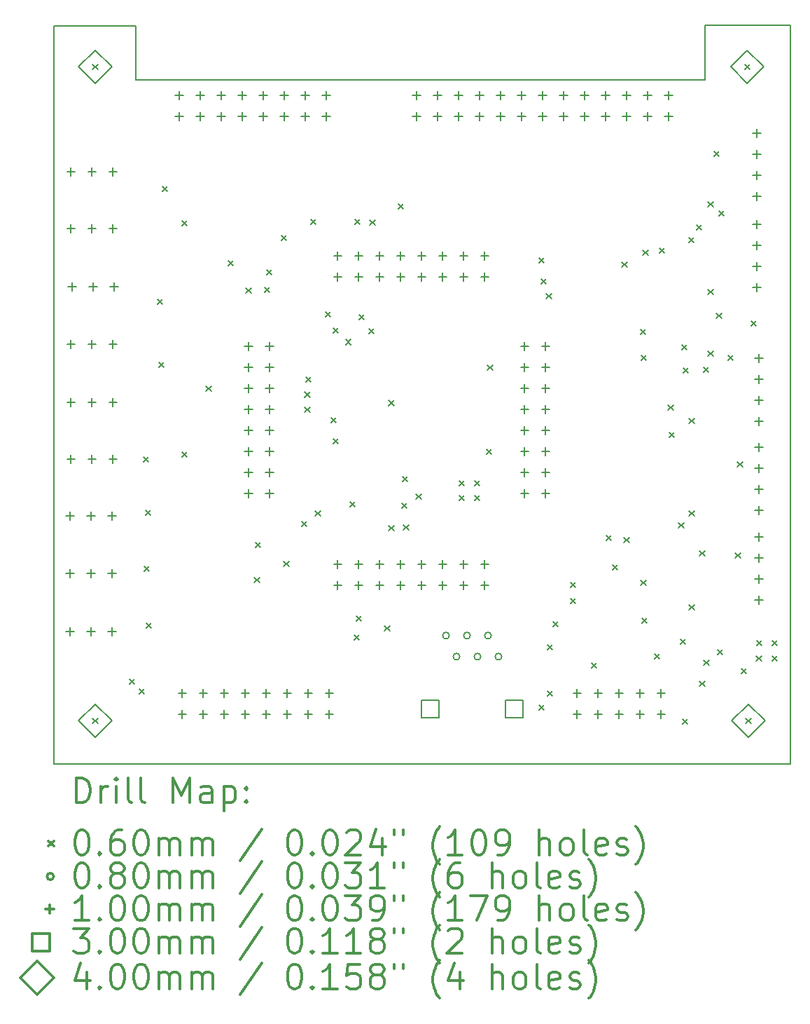
<source format=gbr>
%FSLAX45Y45*%
G04 Gerber Fmt 4.5, Leading zero omitted, Abs format (unit mm)*
G04 Created by KiCad (PCBNEW 4.0.6) date 01/14/18 21:20:31*
%MOMM*%
%LPD*%
G01*
G04 APERTURE LIST*
%ADD10C,0.127000*%
%ADD11C,0.150000*%
%ADD12C,0.200000*%
%ADD13C,0.300000*%
G04 APERTURE END LIST*
D10*
D11*
X6400800Y-12405360D02*
X6400800Y-12382500D01*
X15300960Y-12405360D02*
X6400800Y-12405360D01*
X15300960Y-3482340D02*
X15300960Y-12405360D01*
X14272260Y-3482340D02*
X15300960Y-3482340D01*
X14272260Y-4147820D02*
X14272260Y-3482340D01*
X7383780Y-4147820D02*
X14272260Y-4147820D01*
X7383780Y-3492500D02*
X7383780Y-4147820D01*
X6400800Y-3492500D02*
X7383780Y-3492500D01*
X6400800Y-12382500D02*
X6400800Y-3492500D01*
D12*
X6866100Y-3957800D02*
X6926100Y-4017800D01*
X6926100Y-3957800D02*
X6866100Y-4017800D01*
X6866100Y-11857200D02*
X6926100Y-11917200D01*
X6926100Y-11857200D02*
X6866100Y-11917200D01*
X7308060Y-11384760D02*
X7368060Y-11444760D01*
X7368060Y-11384760D02*
X7308060Y-11444760D01*
X7427440Y-11504140D02*
X7487440Y-11564140D01*
X7487440Y-11504140D02*
X7427440Y-11564140D01*
X7480780Y-8702520D02*
X7540780Y-8762520D01*
X7540780Y-8702520D02*
X7480780Y-8762520D01*
X7490940Y-10018240D02*
X7550940Y-10078240D01*
X7550940Y-10018240D02*
X7490940Y-10078240D01*
X7503640Y-9342600D02*
X7563640Y-9402600D01*
X7563640Y-9342600D02*
X7503640Y-9402600D01*
X7511260Y-10704040D02*
X7571260Y-10764040D01*
X7571260Y-10704040D02*
X7511260Y-10764040D01*
X7650960Y-6797520D02*
X7710960Y-6857520D01*
X7710960Y-6797520D02*
X7650960Y-6857520D01*
X7668740Y-7556980D02*
X7728740Y-7616980D01*
X7728740Y-7556980D02*
X7668740Y-7616980D01*
X7709380Y-5436080D02*
X7769380Y-5496080D01*
X7769380Y-5436080D02*
X7709380Y-5496080D01*
X7945600Y-5847560D02*
X8005600Y-5907560D01*
X8005600Y-5847560D02*
X7945600Y-5907560D01*
X7945600Y-8644100D02*
X8005600Y-8704100D01*
X8005600Y-8644100D02*
X7945600Y-8704100D01*
X8237700Y-7844000D02*
X8297700Y-7904000D01*
X8297700Y-7844000D02*
X8237700Y-7904000D01*
X8501860Y-6330160D02*
X8561860Y-6390160D01*
X8561860Y-6330160D02*
X8501860Y-6390160D01*
X8720300Y-6656550D02*
X8780300Y-6716550D01*
X8780300Y-6656550D02*
X8720300Y-6716550D01*
X8821900Y-10155400D02*
X8881900Y-10215400D01*
X8881900Y-10155400D02*
X8821900Y-10215400D01*
X8834600Y-9736300D02*
X8894600Y-9796300D01*
X8894600Y-9736300D02*
X8834600Y-9796300D01*
X8946360Y-6655280D02*
X9006360Y-6715280D01*
X9006360Y-6655280D02*
X8946360Y-6715280D01*
X8971760Y-6439380D02*
X9031760Y-6499380D01*
X9031760Y-6439380D02*
X8971760Y-6499380D01*
X9145750Y-6027900D02*
X9205750Y-6087900D01*
X9205750Y-6027900D02*
X9145750Y-6087900D01*
X9177500Y-9958550D02*
X9237500Y-10018550D01*
X9237500Y-9958550D02*
X9177500Y-10018550D01*
X9393400Y-9482300D02*
X9453400Y-9542300D01*
X9453400Y-9482300D02*
X9393400Y-9542300D01*
X9431500Y-7917660D02*
X9491500Y-7977660D01*
X9491500Y-7917660D02*
X9431500Y-7977660D01*
X9431500Y-8098000D02*
X9491500Y-8158000D01*
X9491500Y-8098000D02*
X9431500Y-8158000D01*
X9441660Y-7732240D02*
X9501660Y-7792240D01*
X9501660Y-7732240D02*
X9441660Y-7792240D01*
X9500080Y-5827240D02*
X9560080Y-5887240D01*
X9560080Y-5827240D02*
X9500080Y-5887240D01*
X9558500Y-9355300D02*
X9618500Y-9415300D01*
X9618500Y-9355300D02*
X9558500Y-9415300D01*
X9680420Y-6949920D02*
X9740420Y-7009920D01*
X9740420Y-6949920D02*
X9680420Y-7009920D01*
X9749000Y-8225000D02*
X9809000Y-8285000D01*
X9809000Y-8225000D02*
X9749000Y-8285000D01*
X9774400Y-7145500D02*
X9834400Y-7205500D01*
X9834400Y-7145500D02*
X9774400Y-7205500D01*
X9774400Y-8479000D02*
X9834400Y-8539000D01*
X9834400Y-8479000D02*
X9774400Y-8539000D01*
X9926800Y-7282660D02*
X9986800Y-7342660D01*
X9986800Y-7282660D02*
X9926800Y-7342660D01*
X9977600Y-9241000D02*
X10037600Y-9301000D01*
X10037600Y-9241000D02*
X9977600Y-9301000D01*
X10028400Y-10853900D02*
X10088400Y-10913900D01*
X10088400Y-10853900D02*
X10028400Y-10913900D01*
X10038560Y-5832320D02*
X10098560Y-5892320D01*
X10098560Y-5832320D02*
X10038560Y-5892320D01*
X10053800Y-10625300D02*
X10113800Y-10685300D01*
X10113800Y-10625300D02*
X10053800Y-10685300D01*
X10084280Y-6980400D02*
X10144280Y-7040400D01*
X10144280Y-6980400D02*
X10084280Y-7040400D01*
X10203660Y-7153120D02*
X10263660Y-7213120D01*
X10263660Y-7153120D02*
X10203660Y-7213120D01*
X10218900Y-5837400D02*
X10278900Y-5897400D01*
X10278900Y-5837400D02*
X10218900Y-5897400D01*
X10396700Y-10739600D02*
X10456700Y-10799600D01*
X10456700Y-10739600D02*
X10396700Y-10799600D01*
X10447500Y-8019260D02*
X10507500Y-8079260D01*
X10507500Y-8019260D02*
X10447500Y-8079260D01*
X10447500Y-9526750D02*
X10507500Y-9586750D01*
X10507500Y-9526750D02*
X10447500Y-9586750D01*
X10561800Y-5646900D02*
X10621800Y-5706900D01*
X10621800Y-5646900D02*
X10561800Y-5706900D01*
X10602440Y-9261320D02*
X10662440Y-9321320D01*
X10662440Y-9261320D02*
X10602440Y-9321320D01*
X10612600Y-8936200D02*
X10672600Y-8996200D01*
X10672600Y-8936200D02*
X10612600Y-8996200D01*
X10625300Y-9520400D02*
X10685300Y-9580400D01*
X10685300Y-9520400D02*
X10625300Y-9580400D01*
X10777700Y-9152100D02*
X10837700Y-9212100D01*
X10837700Y-9152100D02*
X10777700Y-9212100D01*
X11298400Y-8987000D02*
X11358400Y-9047000D01*
X11358400Y-8987000D02*
X11298400Y-9047000D01*
X11298400Y-9164800D02*
X11358400Y-9224800D01*
X11358400Y-9164800D02*
X11298400Y-9224800D01*
X11486360Y-8989540D02*
X11546360Y-9049540D01*
X11546360Y-8989540D02*
X11486360Y-9049540D01*
X11486360Y-9164800D02*
X11546360Y-9224800D01*
X11546360Y-9164800D02*
X11486360Y-9224800D01*
X11628600Y-8606000D02*
X11688600Y-8666000D01*
X11688600Y-8606000D02*
X11628600Y-8666000D01*
X11641300Y-7590000D02*
X11701300Y-7650000D01*
X11701300Y-7590000D02*
X11641300Y-7650000D01*
X12263600Y-6294600D02*
X12323600Y-6354600D01*
X12323600Y-6294600D02*
X12263600Y-6354600D01*
X12266648Y-11698196D02*
X12326648Y-11758196D01*
X12326648Y-11698196D02*
X12266648Y-11758196D01*
X12289000Y-6548600D02*
X12349000Y-6608600D01*
X12349000Y-6548600D02*
X12289000Y-6608600D01*
X12352500Y-6726400D02*
X12412500Y-6786400D01*
X12412500Y-6726400D02*
X12352500Y-6786400D01*
X12362660Y-11529032D02*
X12422660Y-11589032D01*
X12422660Y-11529032D02*
X12362660Y-11589032D01*
X12365200Y-10968200D02*
X12425200Y-11028200D01*
X12425200Y-10968200D02*
X12365200Y-11028200D01*
X12430224Y-10688800D02*
X12490224Y-10748800D01*
X12490224Y-10688800D02*
X12430224Y-10748800D01*
X12644600Y-10218900D02*
X12704600Y-10278900D01*
X12704600Y-10218900D02*
X12644600Y-10278900D01*
X12644600Y-10409400D02*
X12704600Y-10469400D01*
X12704600Y-10409400D02*
X12644600Y-10469400D01*
X12900632Y-11192736D02*
X12960632Y-11252736D01*
X12960632Y-11192736D02*
X12900632Y-11252736D01*
X13076400Y-9647400D02*
X13136400Y-9707400D01*
X13136400Y-9647400D02*
X13076400Y-9707400D01*
X13152600Y-10003000D02*
X13212600Y-10063000D01*
X13212600Y-10003000D02*
X13152600Y-10063000D01*
X13266900Y-6345400D02*
X13326900Y-6405400D01*
X13326900Y-6345400D02*
X13266900Y-6405400D01*
X13292300Y-9672800D02*
X13352300Y-9732800D01*
X13352300Y-9672800D02*
X13292300Y-9732800D01*
X13487880Y-7163280D02*
X13547880Y-7223280D01*
X13547880Y-7163280D02*
X13487880Y-7223280D01*
X13495500Y-10193500D02*
X13555500Y-10253500D01*
X13555500Y-10193500D02*
X13495500Y-10253500D01*
X13498040Y-7470620D02*
X13558040Y-7530620D01*
X13558040Y-7470620D02*
X13498040Y-7530620D01*
X13508200Y-10650700D02*
X13568200Y-10710700D01*
X13568200Y-10650700D02*
X13508200Y-10710700D01*
X13520900Y-6205700D02*
X13580900Y-6265700D01*
X13580900Y-6205700D02*
X13520900Y-6265700D01*
X13660600Y-11082500D02*
X13720600Y-11142500D01*
X13720600Y-11082500D02*
X13660600Y-11142500D01*
X13716480Y-6177760D02*
X13776480Y-6237760D01*
X13776480Y-6177760D02*
X13716480Y-6237760D01*
X13825700Y-8072600D02*
X13885700Y-8132600D01*
X13885700Y-8072600D02*
X13825700Y-8132600D01*
X13838400Y-8402800D02*
X13898400Y-8462800D01*
X13898400Y-8402800D02*
X13838400Y-8462800D01*
X13952700Y-9495000D02*
X14012700Y-9555000D01*
X14012700Y-9495000D02*
X13952700Y-9555000D01*
X13971750Y-10898350D02*
X14031750Y-10958350D01*
X14031750Y-10898350D02*
X13971750Y-10958350D01*
X13993340Y-7343620D02*
X14053340Y-7403620D01*
X14053340Y-7343620D02*
X13993340Y-7403620D01*
X13997150Y-11866090D02*
X14057150Y-11926090D01*
X14057150Y-11866090D02*
X13997150Y-11926090D01*
X14008580Y-7623020D02*
X14068580Y-7683020D01*
X14068580Y-7623020D02*
X14008580Y-7683020D01*
X14077160Y-6053300D02*
X14137160Y-6113300D01*
X14137160Y-6053300D02*
X14077160Y-6113300D01*
X14079700Y-8237700D02*
X14139700Y-8297700D01*
X14139700Y-8237700D02*
X14079700Y-8297700D01*
X14079700Y-9355300D02*
X14139700Y-9415300D01*
X14139700Y-9355300D02*
X14079700Y-9415300D01*
X14079700Y-10485600D02*
X14139700Y-10545600D01*
X14139700Y-10485600D02*
X14079700Y-10545600D01*
X14171140Y-5898360D02*
X14231140Y-5958360D01*
X14231140Y-5898360D02*
X14171140Y-5958360D01*
X14206700Y-9837900D02*
X14266700Y-9897900D01*
X14266700Y-9837900D02*
X14206700Y-9897900D01*
X14206700Y-11406350D02*
X14266700Y-11466350D01*
X14266700Y-11406350D02*
X14206700Y-11466350D01*
X14254960Y-7620480D02*
X14314960Y-7680480D01*
X14314960Y-7620480D02*
X14254960Y-7680480D01*
X14257500Y-11158700D02*
X14317500Y-11218700D01*
X14317500Y-11158700D02*
X14257500Y-11218700D01*
X14308300Y-5621500D02*
X14368300Y-5681500D01*
X14368300Y-5621500D02*
X14308300Y-5681500D01*
X14308300Y-6675600D02*
X14368300Y-6735600D01*
X14368300Y-6675600D02*
X14308300Y-6735600D01*
X14308300Y-7424900D02*
X14368300Y-7484900D01*
X14368300Y-7424900D02*
X14308300Y-7484900D01*
X14379420Y-5009360D02*
X14439420Y-5069360D01*
X14439420Y-5009360D02*
X14379420Y-5069360D01*
X14409900Y-6967700D02*
X14469900Y-7027700D01*
X14469900Y-6967700D02*
X14409900Y-7027700D01*
X14422600Y-11031700D02*
X14482600Y-11091700D01*
X14482600Y-11031700D02*
X14422600Y-11091700D01*
X14440380Y-5730720D02*
X14500380Y-5790720D01*
X14500380Y-5730720D02*
X14440380Y-5790720D01*
X14549600Y-7475700D02*
X14609600Y-7535700D01*
X14609600Y-7475700D02*
X14549600Y-7535700D01*
X14638500Y-9863300D02*
X14698500Y-9923300D01*
X14698500Y-9863300D02*
X14638500Y-9923300D01*
X14663900Y-8758400D02*
X14723900Y-8818400D01*
X14723900Y-8758400D02*
X14663900Y-8818400D01*
X14709620Y-11260300D02*
X14769620Y-11320300D01*
X14769620Y-11260300D02*
X14709620Y-11320300D01*
X14752800Y-3957800D02*
X14812800Y-4017800D01*
X14812800Y-3957800D02*
X14752800Y-4017800D01*
X14765500Y-11857200D02*
X14825500Y-11917200D01*
X14825500Y-11857200D02*
X14765500Y-11917200D01*
X14829000Y-7056600D02*
X14889000Y-7116600D01*
X14889000Y-7056600D02*
X14829000Y-7116600D01*
X14892500Y-11107900D02*
X14952500Y-11167900D01*
X14952500Y-11107900D02*
X14892500Y-11167900D01*
X14895040Y-10919940D02*
X14955040Y-10979940D01*
X14955040Y-10919940D02*
X14895040Y-10979940D01*
X15083000Y-10919940D02*
X15143000Y-10979940D01*
X15143000Y-10919940D02*
X15083000Y-10979940D01*
X15085540Y-11107900D02*
X15145540Y-11167900D01*
X15145540Y-11107900D02*
X15085540Y-11167900D01*
X11177900Y-10858500D02*
G75*
G03X11177900Y-10858500I-40000J0D01*
G01*
X11304900Y-11112500D02*
G75*
G03X11304900Y-11112500I-40000J0D01*
G01*
X11431900Y-10858500D02*
G75*
G03X11431900Y-10858500I-40000J0D01*
G01*
X11558900Y-11112500D02*
G75*
G03X11558900Y-11112500I-40000J0D01*
G01*
X11685900Y-10858500D02*
G75*
G03X11685900Y-10858500I-40000J0D01*
G01*
X11812900Y-11112500D02*
G75*
G03X11812900Y-11112500I-40000J0D01*
G01*
X6591300Y-9360700D02*
X6591300Y-9460700D01*
X6541300Y-9410700D02*
X6641300Y-9410700D01*
X6591300Y-10059200D02*
X6591300Y-10159200D01*
X6541300Y-10109200D02*
X6641300Y-10109200D01*
X6591300Y-10757700D02*
X6591300Y-10857700D01*
X6541300Y-10807700D02*
X6641300Y-10807700D01*
X6604000Y-5207800D02*
X6604000Y-5307800D01*
X6554000Y-5257800D02*
X6654000Y-5257800D01*
X6604000Y-5893600D02*
X6604000Y-5993600D01*
X6554000Y-5943600D02*
X6654000Y-5943600D01*
X6604000Y-7290600D02*
X6604000Y-7390600D01*
X6554000Y-7340600D02*
X6654000Y-7340600D01*
X6604000Y-7989100D02*
X6604000Y-8089100D01*
X6554000Y-8039100D02*
X6654000Y-8039100D01*
X6604000Y-8674900D02*
X6604000Y-8774900D01*
X6554000Y-8724900D02*
X6654000Y-8724900D01*
X6616700Y-6592100D02*
X6616700Y-6692100D01*
X6566700Y-6642100D02*
X6666700Y-6642100D01*
X6845300Y-9360700D02*
X6845300Y-9460700D01*
X6795300Y-9410700D02*
X6895300Y-9410700D01*
X6845300Y-10059200D02*
X6845300Y-10159200D01*
X6795300Y-10109200D02*
X6895300Y-10109200D01*
X6845300Y-10757700D02*
X6845300Y-10857700D01*
X6795300Y-10807700D02*
X6895300Y-10807700D01*
X6858000Y-5207800D02*
X6858000Y-5307800D01*
X6808000Y-5257800D02*
X6908000Y-5257800D01*
X6858000Y-5893600D02*
X6858000Y-5993600D01*
X6808000Y-5943600D02*
X6908000Y-5943600D01*
X6858000Y-7290600D02*
X6858000Y-7390600D01*
X6808000Y-7340600D02*
X6908000Y-7340600D01*
X6858000Y-7989100D02*
X6858000Y-8089100D01*
X6808000Y-8039100D02*
X6908000Y-8039100D01*
X6858000Y-8674900D02*
X6858000Y-8774900D01*
X6808000Y-8724900D02*
X6908000Y-8724900D01*
X6870700Y-6592100D02*
X6870700Y-6692100D01*
X6820700Y-6642100D02*
X6920700Y-6642100D01*
X7099300Y-9360700D02*
X7099300Y-9460700D01*
X7049300Y-9410700D02*
X7149300Y-9410700D01*
X7099300Y-10059200D02*
X7099300Y-10159200D01*
X7049300Y-10109200D02*
X7149300Y-10109200D01*
X7099300Y-10757700D02*
X7099300Y-10857700D01*
X7049300Y-10807700D02*
X7149300Y-10807700D01*
X7112000Y-5207800D02*
X7112000Y-5307800D01*
X7062000Y-5257800D02*
X7162000Y-5257800D01*
X7112000Y-5893600D02*
X7112000Y-5993600D01*
X7062000Y-5943600D02*
X7162000Y-5943600D01*
X7112000Y-7290600D02*
X7112000Y-7390600D01*
X7062000Y-7340600D02*
X7162000Y-7340600D01*
X7112000Y-7989100D02*
X7112000Y-8089100D01*
X7062000Y-8039100D02*
X7162000Y-8039100D01*
X7112000Y-8674900D02*
X7112000Y-8774900D01*
X7062000Y-8724900D02*
X7162000Y-8724900D01*
X7124700Y-6592100D02*
X7124700Y-6692100D01*
X7074700Y-6642100D02*
X7174700Y-6642100D01*
X7912100Y-4280700D02*
X7912100Y-4380700D01*
X7862100Y-4330700D02*
X7962100Y-4330700D01*
X7912100Y-4534700D02*
X7912100Y-4634700D01*
X7862100Y-4584700D02*
X7962100Y-4584700D01*
X7950200Y-11507000D02*
X7950200Y-11607000D01*
X7900200Y-11557000D02*
X8000200Y-11557000D01*
X7950200Y-11761000D02*
X7950200Y-11861000D01*
X7900200Y-11811000D02*
X8000200Y-11811000D01*
X8166100Y-4280700D02*
X8166100Y-4380700D01*
X8116100Y-4330700D02*
X8216100Y-4330700D01*
X8166100Y-4534700D02*
X8166100Y-4634700D01*
X8116100Y-4584700D02*
X8216100Y-4584700D01*
X8204200Y-11507000D02*
X8204200Y-11607000D01*
X8154200Y-11557000D02*
X8254200Y-11557000D01*
X8204200Y-11761000D02*
X8204200Y-11861000D01*
X8154200Y-11811000D02*
X8254200Y-11811000D01*
X8420100Y-4280700D02*
X8420100Y-4380700D01*
X8370100Y-4330700D02*
X8470100Y-4330700D01*
X8420100Y-4534700D02*
X8420100Y-4634700D01*
X8370100Y-4584700D02*
X8470100Y-4584700D01*
X8458200Y-11507000D02*
X8458200Y-11607000D01*
X8408200Y-11557000D02*
X8508200Y-11557000D01*
X8458200Y-11761000D02*
X8458200Y-11861000D01*
X8408200Y-11811000D02*
X8508200Y-11811000D01*
X8674100Y-4280700D02*
X8674100Y-4380700D01*
X8624100Y-4330700D02*
X8724100Y-4330700D01*
X8674100Y-4534700D02*
X8674100Y-4634700D01*
X8624100Y-4584700D02*
X8724100Y-4584700D01*
X8712200Y-11507000D02*
X8712200Y-11607000D01*
X8662200Y-11557000D02*
X8762200Y-11557000D01*
X8712200Y-11761000D02*
X8712200Y-11861000D01*
X8662200Y-11811000D02*
X8762200Y-11811000D01*
X8750300Y-7316000D02*
X8750300Y-7416000D01*
X8700300Y-7366000D02*
X8800300Y-7366000D01*
X8750300Y-7570000D02*
X8750300Y-7670000D01*
X8700300Y-7620000D02*
X8800300Y-7620000D01*
X8750300Y-7824000D02*
X8750300Y-7924000D01*
X8700300Y-7874000D02*
X8800300Y-7874000D01*
X8750300Y-8078000D02*
X8750300Y-8178000D01*
X8700300Y-8128000D02*
X8800300Y-8128000D01*
X8750300Y-8332000D02*
X8750300Y-8432000D01*
X8700300Y-8382000D02*
X8800300Y-8382000D01*
X8750300Y-8586000D02*
X8750300Y-8686000D01*
X8700300Y-8636000D02*
X8800300Y-8636000D01*
X8750300Y-8840000D02*
X8750300Y-8940000D01*
X8700300Y-8890000D02*
X8800300Y-8890000D01*
X8750300Y-9094000D02*
X8750300Y-9194000D01*
X8700300Y-9144000D02*
X8800300Y-9144000D01*
X8928100Y-4280700D02*
X8928100Y-4380700D01*
X8878100Y-4330700D02*
X8978100Y-4330700D01*
X8928100Y-4534700D02*
X8928100Y-4634700D01*
X8878100Y-4584700D02*
X8978100Y-4584700D01*
X8966200Y-11507000D02*
X8966200Y-11607000D01*
X8916200Y-11557000D02*
X9016200Y-11557000D01*
X8966200Y-11761000D02*
X8966200Y-11861000D01*
X8916200Y-11811000D02*
X9016200Y-11811000D01*
X9004300Y-7316000D02*
X9004300Y-7416000D01*
X8954300Y-7366000D02*
X9054300Y-7366000D01*
X9004300Y-7570000D02*
X9004300Y-7670000D01*
X8954300Y-7620000D02*
X9054300Y-7620000D01*
X9004300Y-7824000D02*
X9004300Y-7924000D01*
X8954300Y-7874000D02*
X9054300Y-7874000D01*
X9004300Y-8078000D02*
X9004300Y-8178000D01*
X8954300Y-8128000D02*
X9054300Y-8128000D01*
X9004300Y-8332000D02*
X9004300Y-8432000D01*
X8954300Y-8382000D02*
X9054300Y-8382000D01*
X9004300Y-8586000D02*
X9004300Y-8686000D01*
X8954300Y-8636000D02*
X9054300Y-8636000D01*
X9004300Y-8840000D02*
X9004300Y-8940000D01*
X8954300Y-8890000D02*
X9054300Y-8890000D01*
X9004300Y-9094000D02*
X9004300Y-9194000D01*
X8954300Y-9144000D02*
X9054300Y-9144000D01*
X9182100Y-4280700D02*
X9182100Y-4380700D01*
X9132100Y-4330700D02*
X9232100Y-4330700D01*
X9182100Y-4534700D02*
X9182100Y-4634700D01*
X9132100Y-4584700D02*
X9232100Y-4584700D01*
X9220200Y-11507000D02*
X9220200Y-11607000D01*
X9170200Y-11557000D02*
X9270200Y-11557000D01*
X9220200Y-11761000D02*
X9220200Y-11861000D01*
X9170200Y-11811000D02*
X9270200Y-11811000D01*
X9436100Y-4280700D02*
X9436100Y-4380700D01*
X9386100Y-4330700D02*
X9486100Y-4330700D01*
X9436100Y-4534700D02*
X9436100Y-4634700D01*
X9386100Y-4584700D02*
X9486100Y-4584700D01*
X9474200Y-11507000D02*
X9474200Y-11607000D01*
X9424200Y-11557000D02*
X9524200Y-11557000D01*
X9474200Y-11761000D02*
X9474200Y-11861000D01*
X9424200Y-11811000D02*
X9524200Y-11811000D01*
X9690100Y-4280700D02*
X9690100Y-4380700D01*
X9640100Y-4330700D02*
X9740100Y-4330700D01*
X9690100Y-4534700D02*
X9690100Y-4634700D01*
X9640100Y-4584700D02*
X9740100Y-4584700D01*
X9728200Y-11507000D02*
X9728200Y-11607000D01*
X9678200Y-11557000D02*
X9778200Y-11557000D01*
X9728200Y-11761000D02*
X9728200Y-11861000D01*
X9678200Y-11811000D02*
X9778200Y-11811000D01*
X9829800Y-6223800D02*
X9829800Y-6323800D01*
X9779800Y-6273800D02*
X9879800Y-6273800D01*
X9829800Y-6477800D02*
X9829800Y-6577800D01*
X9779800Y-6527800D02*
X9879800Y-6527800D01*
X9829800Y-9944646D02*
X9829800Y-10044646D01*
X9779800Y-9994646D02*
X9879800Y-9994646D01*
X9829800Y-10198646D02*
X9829800Y-10298646D01*
X9779800Y-10248646D02*
X9879800Y-10248646D01*
X10083800Y-6223800D02*
X10083800Y-6323800D01*
X10033800Y-6273800D02*
X10133800Y-6273800D01*
X10083800Y-6477800D02*
X10083800Y-6577800D01*
X10033800Y-6527800D02*
X10133800Y-6527800D01*
X10083800Y-9944646D02*
X10083800Y-10044646D01*
X10033800Y-9994646D02*
X10133800Y-9994646D01*
X10083800Y-10198646D02*
X10083800Y-10298646D01*
X10033800Y-10248646D02*
X10133800Y-10248646D01*
X10337800Y-6223800D02*
X10337800Y-6323800D01*
X10287800Y-6273800D02*
X10387800Y-6273800D01*
X10337800Y-6477800D02*
X10337800Y-6577800D01*
X10287800Y-6527800D02*
X10387800Y-6527800D01*
X10337800Y-9944646D02*
X10337800Y-10044646D01*
X10287800Y-9994646D02*
X10387800Y-9994646D01*
X10337800Y-10198646D02*
X10337800Y-10298646D01*
X10287800Y-10248646D02*
X10387800Y-10248646D01*
X10591800Y-6223800D02*
X10591800Y-6323800D01*
X10541800Y-6273800D02*
X10641800Y-6273800D01*
X10591800Y-6477800D02*
X10591800Y-6577800D01*
X10541800Y-6527800D02*
X10641800Y-6527800D01*
X10591800Y-9944646D02*
X10591800Y-10044646D01*
X10541800Y-9994646D02*
X10641800Y-9994646D01*
X10591800Y-10198646D02*
X10591800Y-10298646D01*
X10541800Y-10248646D02*
X10641800Y-10248646D01*
X10782300Y-4280700D02*
X10782300Y-4380700D01*
X10732300Y-4330700D02*
X10832300Y-4330700D01*
X10782300Y-4534700D02*
X10782300Y-4634700D01*
X10732300Y-4584700D02*
X10832300Y-4584700D01*
X10845800Y-6223800D02*
X10845800Y-6323800D01*
X10795800Y-6273800D02*
X10895800Y-6273800D01*
X10845800Y-6477800D02*
X10845800Y-6577800D01*
X10795800Y-6527800D02*
X10895800Y-6527800D01*
X10845800Y-9944646D02*
X10845800Y-10044646D01*
X10795800Y-9994646D02*
X10895800Y-9994646D01*
X10845800Y-10198646D02*
X10845800Y-10298646D01*
X10795800Y-10248646D02*
X10895800Y-10248646D01*
X11036300Y-4280700D02*
X11036300Y-4380700D01*
X10986300Y-4330700D02*
X11086300Y-4330700D01*
X11036300Y-4534700D02*
X11036300Y-4634700D01*
X10986300Y-4584700D02*
X11086300Y-4584700D01*
X11099800Y-6223800D02*
X11099800Y-6323800D01*
X11049800Y-6273800D02*
X11149800Y-6273800D01*
X11099800Y-6477800D02*
X11099800Y-6577800D01*
X11049800Y-6527800D02*
X11149800Y-6527800D01*
X11099800Y-9944646D02*
X11099800Y-10044646D01*
X11049800Y-9994646D02*
X11149800Y-9994646D01*
X11099800Y-10198646D02*
X11099800Y-10298646D01*
X11049800Y-10248646D02*
X11149800Y-10248646D01*
X11290300Y-4280700D02*
X11290300Y-4380700D01*
X11240300Y-4330700D02*
X11340300Y-4330700D01*
X11290300Y-4534700D02*
X11290300Y-4634700D01*
X11240300Y-4584700D02*
X11340300Y-4584700D01*
X11353800Y-6223800D02*
X11353800Y-6323800D01*
X11303800Y-6273800D02*
X11403800Y-6273800D01*
X11353800Y-6477800D02*
X11353800Y-6577800D01*
X11303800Y-6527800D02*
X11403800Y-6527800D01*
X11353800Y-9944646D02*
X11353800Y-10044646D01*
X11303800Y-9994646D02*
X11403800Y-9994646D01*
X11353800Y-10198646D02*
X11353800Y-10298646D01*
X11303800Y-10248646D02*
X11403800Y-10248646D01*
X11544300Y-4280700D02*
X11544300Y-4380700D01*
X11494300Y-4330700D02*
X11594300Y-4330700D01*
X11544300Y-4534700D02*
X11544300Y-4634700D01*
X11494300Y-4584700D02*
X11594300Y-4584700D01*
X11607800Y-6223800D02*
X11607800Y-6323800D01*
X11557800Y-6273800D02*
X11657800Y-6273800D01*
X11607800Y-6477800D02*
X11607800Y-6577800D01*
X11557800Y-6527800D02*
X11657800Y-6527800D01*
X11607800Y-9944646D02*
X11607800Y-10044646D01*
X11557800Y-9994646D02*
X11657800Y-9994646D01*
X11607800Y-10198646D02*
X11607800Y-10298646D01*
X11557800Y-10248646D02*
X11657800Y-10248646D01*
X11798300Y-4280700D02*
X11798300Y-4380700D01*
X11748300Y-4330700D02*
X11848300Y-4330700D01*
X11798300Y-4534700D02*
X11798300Y-4634700D01*
X11748300Y-4584700D02*
X11848300Y-4584700D01*
X12052300Y-4280700D02*
X12052300Y-4380700D01*
X12002300Y-4330700D02*
X12102300Y-4330700D01*
X12052300Y-4534700D02*
X12052300Y-4634700D01*
X12002300Y-4584700D02*
X12102300Y-4584700D01*
X12090400Y-7316000D02*
X12090400Y-7416000D01*
X12040400Y-7366000D02*
X12140400Y-7366000D01*
X12090400Y-7570000D02*
X12090400Y-7670000D01*
X12040400Y-7620000D02*
X12140400Y-7620000D01*
X12090400Y-7824000D02*
X12090400Y-7924000D01*
X12040400Y-7874000D02*
X12140400Y-7874000D01*
X12090400Y-8078000D02*
X12090400Y-8178000D01*
X12040400Y-8128000D02*
X12140400Y-8128000D01*
X12090400Y-8332000D02*
X12090400Y-8432000D01*
X12040400Y-8382000D02*
X12140400Y-8382000D01*
X12090400Y-8586000D02*
X12090400Y-8686000D01*
X12040400Y-8636000D02*
X12140400Y-8636000D01*
X12090400Y-8840000D02*
X12090400Y-8940000D01*
X12040400Y-8890000D02*
X12140400Y-8890000D01*
X12090400Y-9094000D02*
X12090400Y-9194000D01*
X12040400Y-9144000D02*
X12140400Y-9144000D01*
X12306300Y-4280700D02*
X12306300Y-4380700D01*
X12256300Y-4330700D02*
X12356300Y-4330700D01*
X12306300Y-4534700D02*
X12306300Y-4634700D01*
X12256300Y-4584700D02*
X12356300Y-4584700D01*
X12344400Y-7316000D02*
X12344400Y-7416000D01*
X12294400Y-7366000D02*
X12394400Y-7366000D01*
X12344400Y-7570000D02*
X12344400Y-7670000D01*
X12294400Y-7620000D02*
X12394400Y-7620000D01*
X12344400Y-7824000D02*
X12344400Y-7924000D01*
X12294400Y-7874000D02*
X12394400Y-7874000D01*
X12344400Y-8078000D02*
X12344400Y-8178000D01*
X12294400Y-8128000D02*
X12394400Y-8128000D01*
X12344400Y-8332000D02*
X12344400Y-8432000D01*
X12294400Y-8382000D02*
X12394400Y-8382000D01*
X12344400Y-8586000D02*
X12344400Y-8686000D01*
X12294400Y-8636000D02*
X12394400Y-8636000D01*
X12344400Y-8840000D02*
X12344400Y-8940000D01*
X12294400Y-8890000D02*
X12394400Y-8890000D01*
X12344400Y-9094000D02*
X12344400Y-9194000D01*
X12294400Y-9144000D02*
X12394400Y-9144000D01*
X12560300Y-4280700D02*
X12560300Y-4380700D01*
X12510300Y-4330700D02*
X12610300Y-4330700D01*
X12560300Y-4534700D02*
X12560300Y-4634700D01*
X12510300Y-4584700D02*
X12610300Y-4584700D01*
X12725400Y-11507000D02*
X12725400Y-11607000D01*
X12675400Y-11557000D02*
X12775400Y-11557000D01*
X12725400Y-11761000D02*
X12725400Y-11861000D01*
X12675400Y-11811000D02*
X12775400Y-11811000D01*
X12814300Y-4280700D02*
X12814300Y-4380700D01*
X12764300Y-4330700D02*
X12864300Y-4330700D01*
X12814300Y-4534700D02*
X12814300Y-4634700D01*
X12764300Y-4584700D02*
X12864300Y-4584700D01*
X12979400Y-11507000D02*
X12979400Y-11607000D01*
X12929400Y-11557000D02*
X13029400Y-11557000D01*
X12979400Y-11761000D02*
X12979400Y-11861000D01*
X12929400Y-11811000D02*
X13029400Y-11811000D01*
X13068300Y-4280700D02*
X13068300Y-4380700D01*
X13018300Y-4330700D02*
X13118300Y-4330700D01*
X13068300Y-4534700D02*
X13068300Y-4634700D01*
X13018300Y-4584700D02*
X13118300Y-4584700D01*
X13233400Y-11507000D02*
X13233400Y-11607000D01*
X13183400Y-11557000D02*
X13283400Y-11557000D01*
X13233400Y-11761000D02*
X13233400Y-11861000D01*
X13183400Y-11811000D02*
X13283400Y-11811000D01*
X13322300Y-4280700D02*
X13322300Y-4380700D01*
X13272300Y-4330700D02*
X13372300Y-4330700D01*
X13322300Y-4534700D02*
X13322300Y-4634700D01*
X13272300Y-4584700D02*
X13372300Y-4584700D01*
X13487400Y-11507000D02*
X13487400Y-11607000D01*
X13437400Y-11557000D02*
X13537400Y-11557000D01*
X13487400Y-11761000D02*
X13487400Y-11861000D01*
X13437400Y-11811000D02*
X13537400Y-11811000D01*
X13576300Y-4280700D02*
X13576300Y-4380700D01*
X13526300Y-4330700D02*
X13626300Y-4330700D01*
X13576300Y-4534700D02*
X13576300Y-4634700D01*
X13526300Y-4584700D02*
X13626300Y-4584700D01*
X13741400Y-11507000D02*
X13741400Y-11607000D01*
X13691400Y-11557000D02*
X13791400Y-11557000D01*
X13741400Y-11761000D02*
X13741400Y-11861000D01*
X13691400Y-11811000D02*
X13791400Y-11811000D01*
X13830300Y-4280700D02*
X13830300Y-4380700D01*
X13780300Y-4330700D02*
X13880300Y-4330700D01*
X13830300Y-4534700D02*
X13830300Y-4634700D01*
X13780300Y-4584700D02*
X13880300Y-4584700D01*
X14897100Y-4737900D02*
X14897100Y-4837900D01*
X14847100Y-4787900D02*
X14947100Y-4787900D01*
X14897100Y-4991900D02*
X14897100Y-5091900D01*
X14847100Y-5041900D02*
X14947100Y-5041900D01*
X14897100Y-5245900D02*
X14897100Y-5345900D01*
X14847100Y-5295900D02*
X14947100Y-5295900D01*
X14897100Y-5499900D02*
X14897100Y-5599900D01*
X14847100Y-5549900D02*
X14947100Y-5549900D01*
X14897100Y-5842800D02*
X14897100Y-5942800D01*
X14847100Y-5892800D02*
X14947100Y-5892800D01*
X14897100Y-6096800D02*
X14897100Y-6196800D01*
X14847100Y-6146800D02*
X14947100Y-6146800D01*
X14897100Y-6350800D02*
X14897100Y-6450800D01*
X14847100Y-6400800D02*
X14947100Y-6400800D01*
X14897100Y-6604800D02*
X14897100Y-6704800D01*
X14847100Y-6654800D02*
X14947100Y-6654800D01*
X14922500Y-7455700D02*
X14922500Y-7555700D01*
X14872500Y-7505700D02*
X14972500Y-7505700D01*
X14922500Y-7709700D02*
X14922500Y-7809700D01*
X14872500Y-7759700D02*
X14972500Y-7759700D01*
X14922500Y-7963700D02*
X14922500Y-8063700D01*
X14872500Y-8013700D02*
X14972500Y-8013700D01*
X14922500Y-8217700D02*
X14922500Y-8317700D01*
X14872500Y-8267700D02*
X14972500Y-8267700D01*
X14922500Y-8535200D02*
X14922500Y-8635200D01*
X14872500Y-8585200D02*
X14972500Y-8585200D01*
X14922500Y-8789200D02*
X14922500Y-8889200D01*
X14872500Y-8839200D02*
X14972500Y-8839200D01*
X14922500Y-9043200D02*
X14922500Y-9143200D01*
X14872500Y-9093200D02*
X14972500Y-9093200D01*
X14922500Y-9297200D02*
X14922500Y-9397200D01*
X14872500Y-9347200D02*
X14972500Y-9347200D01*
X14922500Y-9614700D02*
X14922500Y-9714700D01*
X14872500Y-9664700D02*
X14972500Y-9664700D01*
X14922500Y-9868700D02*
X14922500Y-9968700D01*
X14872500Y-9918700D02*
X14972500Y-9918700D01*
X14922500Y-10122700D02*
X14922500Y-10222700D01*
X14872500Y-10172700D02*
X14972500Y-10172700D01*
X14922500Y-10376700D02*
X14922500Y-10476700D01*
X14872500Y-10426700D02*
X14972500Y-10426700D01*
X11053467Y-11853567D02*
X11053467Y-11641433D01*
X10841333Y-11641433D01*
X10841333Y-11853567D01*
X11053467Y-11853567D01*
X12069467Y-11853567D02*
X12069467Y-11641433D01*
X11857333Y-11641433D01*
X11857333Y-11853567D01*
X12069467Y-11853567D01*
X6896100Y-4187825D02*
X7096125Y-3987800D01*
X6896100Y-3787775D01*
X6696075Y-3987800D01*
X6896100Y-4187825D01*
X6896100Y-12087225D02*
X7096125Y-11887200D01*
X6896100Y-11687175D01*
X6696075Y-11887200D01*
X6896100Y-12087225D01*
X14782800Y-4187825D02*
X14982825Y-3987800D01*
X14782800Y-3787775D01*
X14582775Y-3987800D01*
X14782800Y-4187825D01*
X14795500Y-12087225D02*
X14995525Y-11887200D01*
X14795500Y-11687175D01*
X14595475Y-11887200D01*
X14795500Y-12087225D01*
D13*
X6664728Y-12878574D02*
X6664728Y-12578574D01*
X6736157Y-12578574D01*
X6779014Y-12592860D01*
X6807586Y-12621431D01*
X6821871Y-12650003D01*
X6836157Y-12707146D01*
X6836157Y-12750003D01*
X6821871Y-12807146D01*
X6807586Y-12835717D01*
X6779014Y-12864289D01*
X6736157Y-12878574D01*
X6664728Y-12878574D01*
X6964728Y-12878574D02*
X6964728Y-12678574D01*
X6964728Y-12735717D02*
X6979014Y-12707146D01*
X6993300Y-12692860D01*
X7021871Y-12678574D01*
X7050443Y-12678574D01*
X7150443Y-12878574D02*
X7150443Y-12678574D01*
X7150443Y-12578574D02*
X7136157Y-12592860D01*
X7150443Y-12607146D01*
X7164728Y-12592860D01*
X7150443Y-12578574D01*
X7150443Y-12607146D01*
X7336157Y-12878574D02*
X7307586Y-12864289D01*
X7293300Y-12835717D01*
X7293300Y-12578574D01*
X7493300Y-12878574D02*
X7464728Y-12864289D01*
X7450443Y-12835717D01*
X7450443Y-12578574D01*
X7836157Y-12878574D02*
X7836157Y-12578574D01*
X7936157Y-12792860D01*
X8036157Y-12578574D01*
X8036157Y-12878574D01*
X8307586Y-12878574D02*
X8307586Y-12721431D01*
X8293300Y-12692860D01*
X8264728Y-12678574D01*
X8207586Y-12678574D01*
X8179014Y-12692860D01*
X8307586Y-12864289D02*
X8279014Y-12878574D01*
X8207586Y-12878574D01*
X8179014Y-12864289D01*
X8164728Y-12835717D01*
X8164728Y-12807146D01*
X8179014Y-12778574D01*
X8207586Y-12764289D01*
X8279014Y-12764289D01*
X8307586Y-12750003D01*
X8450443Y-12678574D02*
X8450443Y-12978574D01*
X8450443Y-12692860D02*
X8479014Y-12678574D01*
X8536157Y-12678574D01*
X8564729Y-12692860D01*
X8579014Y-12707146D01*
X8593300Y-12735717D01*
X8593300Y-12821431D01*
X8579014Y-12850003D01*
X8564729Y-12864289D01*
X8536157Y-12878574D01*
X8479014Y-12878574D01*
X8450443Y-12864289D01*
X8721871Y-12850003D02*
X8736157Y-12864289D01*
X8721871Y-12878574D01*
X8707586Y-12864289D01*
X8721871Y-12850003D01*
X8721871Y-12878574D01*
X8721871Y-12692860D02*
X8736157Y-12707146D01*
X8721871Y-12721431D01*
X8707586Y-12707146D01*
X8721871Y-12692860D01*
X8721871Y-12721431D01*
X6333300Y-13342860D02*
X6393300Y-13402860D01*
X6393300Y-13342860D02*
X6333300Y-13402860D01*
X6721871Y-13208574D02*
X6750443Y-13208574D01*
X6779014Y-13222860D01*
X6793300Y-13237146D01*
X6807586Y-13265717D01*
X6821871Y-13322860D01*
X6821871Y-13394289D01*
X6807586Y-13451431D01*
X6793300Y-13480003D01*
X6779014Y-13494289D01*
X6750443Y-13508574D01*
X6721871Y-13508574D01*
X6693300Y-13494289D01*
X6679014Y-13480003D01*
X6664728Y-13451431D01*
X6650443Y-13394289D01*
X6650443Y-13322860D01*
X6664728Y-13265717D01*
X6679014Y-13237146D01*
X6693300Y-13222860D01*
X6721871Y-13208574D01*
X6950443Y-13480003D02*
X6964728Y-13494289D01*
X6950443Y-13508574D01*
X6936157Y-13494289D01*
X6950443Y-13480003D01*
X6950443Y-13508574D01*
X7221871Y-13208574D02*
X7164728Y-13208574D01*
X7136157Y-13222860D01*
X7121871Y-13237146D01*
X7093300Y-13280003D01*
X7079014Y-13337146D01*
X7079014Y-13451431D01*
X7093300Y-13480003D01*
X7107586Y-13494289D01*
X7136157Y-13508574D01*
X7193300Y-13508574D01*
X7221871Y-13494289D01*
X7236157Y-13480003D01*
X7250443Y-13451431D01*
X7250443Y-13380003D01*
X7236157Y-13351431D01*
X7221871Y-13337146D01*
X7193300Y-13322860D01*
X7136157Y-13322860D01*
X7107586Y-13337146D01*
X7093300Y-13351431D01*
X7079014Y-13380003D01*
X7436157Y-13208574D02*
X7464728Y-13208574D01*
X7493300Y-13222860D01*
X7507586Y-13237146D01*
X7521871Y-13265717D01*
X7536157Y-13322860D01*
X7536157Y-13394289D01*
X7521871Y-13451431D01*
X7507586Y-13480003D01*
X7493300Y-13494289D01*
X7464728Y-13508574D01*
X7436157Y-13508574D01*
X7407586Y-13494289D01*
X7393300Y-13480003D01*
X7379014Y-13451431D01*
X7364728Y-13394289D01*
X7364728Y-13322860D01*
X7379014Y-13265717D01*
X7393300Y-13237146D01*
X7407586Y-13222860D01*
X7436157Y-13208574D01*
X7664728Y-13508574D02*
X7664728Y-13308574D01*
X7664728Y-13337146D02*
X7679014Y-13322860D01*
X7707586Y-13308574D01*
X7750443Y-13308574D01*
X7779014Y-13322860D01*
X7793300Y-13351431D01*
X7793300Y-13508574D01*
X7793300Y-13351431D02*
X7807586Y-13322860D01*
X7836157Y-13308574D01*
X7879014Y-13308574D01*
X7907586Y-13322860D01*
X7921871Y-13351431D01*
X7921871Y-13508574D01*
X8064728Y-13508574D02*
X8064728Y-13308574D01*
X8064728Y-13337146D02*
X8079014Y-13322860D01*
X8107586Y-13308574D01*
X8150443Y-13308574D01*
X8179014Y-13322860D01*
X8193300Y-13351431D01*
X8193300Y-13508574D01*
X8193300Y-13351431D02*
X8207586Y-13322860D01*
X8236157Y-13308574D01*
X8279014Y-13308574D01*
X8307586Y-13322860D01*
X8321871Y-13351431D01*
X8321871Y-13508574D01*
X8907586Y-13194289D02*
X8650443Y-13580003D01*
X9293300Y-13208574D02*
X9321871Y-13208574D01*
X9350443Y-13222860D01*
X9364728Y-13237146D01*
X9379014Y-13265717D01*
X9393300Y-13322860D01*
X9393300Y-13394289D01*
X9379014Y-13451431D01*
X9364728Y-13480003D01*
X9350443Y-13494289D01*
X9321871Y-13508574D01*
X9293300Y-13508574D01*
X9264728Y-13494289D01*
X9250443Y-13480003D01*
X9236157Y-13451431D01*
X9221871Y-13394289D01*
X9221871Y-13322860D01*
X9236157Y-13265717D01*
X9250443Y-13237146D01*
X9264728Y-13222860D01*
X9293300Y-13208574D01*
X9521871Y-13480003D02*
X9536157Y-13494289D01*
X9521871Y-13508574D01*
X9507586Y-13494289D01*
X9521871Y-13480003D01*
X9521871Y-13508574D01*
X9721871Y-13208574D02*
X9750443Y-13208574D01*
X9779014Y-13222860D01*
X9793300Y-13237146D01*
X9807586Y-13265717D01*
X9821871Y-13322860D01*
X9821871Y-13394289D01*
X9807586Y-13451431D01*
X9793300Y-13480003D01*
X9779014Y-13494289D01*
X9750443Y-13508574D01*
X9721871Y-13508574D01*
X9693300Y-13494289D01*
X9679014Y-13480003D01*
X9664728Y-13451431D01*
X9650443Y-13394289D01*
X9650443Y-13322860D01*
X9664728Y-13265717D01*
X9679014Y-13237146D01*
X9693300Y-13222860D01*
X9721871Y-13208574D01*
X9936157Y-13237146D02*
X9950443Y-13222860D01*
X9979014Y-13208574D01*
X10050443Y-13208574D01*
X10079014Y-13222860D01*
X10093300Y-13237146D01*
X10107586Y-13265717D01*
X10107586Y-13294289D01*
X10093300Y-13337146D01*
X9921871Y-13508574D01*
X10107586Y-13508574D01*
X10364728Y-13308574D02*
X10364728Y-13508574D01*
X10293300Y-13194289D02*
X10221871Y-13408574D01*
X10407586Y-13408574D01*
X10507586Y-13208574D02*
X10507586Y-13265717D01*
X10621871Y-13208574D02*
X10621871Y-13265717D01*
X11064728Y-13622860D02*
X11050443Y-13608574D01*
X11021871Y-13565717D01*
X11007586Y-13537146D01*
X10993300Y-13494289D01*
X10979014Y-13422860D01*
X10979014Y-13365717D01*
X10993300Y-13294289D01*
X11007586Y-13251431D01*
X11021871Y-13222860D01*
X11050443Y-13180003D01*
X11064728Y-13165717D01*
X11336157Y-13508574D02*
X11164728Y-13508574D01*
X11250443Y-13508574D02*
X11250443Y-13208574D01*
X11221871Y-13251431D01*
X11193300Y-13280003D01*
X11164728Y-13294289D01*
X11521871Y-13208574D02*
X11550443Y-13208574D01*
X11579014Y-13222860D01*
X11593300Y-13237146D01*
X11607585Y-13265717D01*
X11621871Y-13322860D01*
X11621871Y-13394289D01*
X11607585Y-13451431D01*
X11593300Y-13480003D01*
X11579014Y-13494289D01*
X11550443Y-13508574D01*
X11521871Y-13508574D01*
X11493300Y-13494289D01*
X11479014Y-13480003D01*
X11464728Y-13451431D01*
X11450443Y-13394289D01*
X11450443Y-13322860D01*
X11464728Y-13265717D01*
X11479014Y-13237146D01*
X11493300Y-13222860D01*
X11521871Y-13208574D01*
X11764728Y-13508574D02*
X11821871Y-13508574D01*
X11850443Y-13494289D01*
X11864728Y-13480003D01*
X11893300Y-13437146D01*
X11907585Y-13380003D01*
X11907585Y-13265717D01*
X11893300Y-13237146D01*
X11879014Y-13222860D01*
X11850443Y-13208574D01*
X11793300Y-13208574D01*
X11764728Y-13222860D01*
X11750443Y-13237146D01*
X11736157Y-13265717D01*
X11736157Y-13337146D01*
X11750443Y-13365717D01*
X11764728Y-13380003D01*
X11793300Y-13394289D01*
X11850443Y-13394289D01*
X11879014Y-13380003D01*
X11893300Y-13365717D01*
X11907585Y-13337146D01*
X12264728Y-13508574D02*
X12264728Y-13208574D01*
X12393300Y-13508574D02*
X12393300Y-13351431D01*
X12379014Y-13322860D01*
X12350443Y-13308574D01*
X12307585Y-13308574D01*
X12279014Y-13322860D01*
X12264728Y-13337146D01*
X12579014Y-13508574D02*
X12550443Y-13494289D01*
X12536157Y-13480003D01*
X12521871Y-13451431D01*
X12521871Y-13365717D01*
X12536157Y-13337146D01*
X12550443Y-13322860D01*
X12579014Y-13308574D01*
X12621871Y-13308574D01*
X12650443Y-13322860D01*
X12664728Y-13337146D01*
X12679014Y-13365717D01*
X12679014Y-13451431D01*
X12664728Y-13480003D01*
X12650443Y-13494289D01*
X12621871Y-13508574D01*
X12579014Y-13508574D01*
X12850443Y-13508574D02*
X12821871Y-13494289D01*
X12807586Y-13465717D01*
X12807586Y-13208574D01*
X13079014Y-13494289D02*
X13050443Y-13508574D01*
X12993300Y-13508574D01*
X12964728Y-13494289D01*
X12950443Y-13465717D01*
X12950443Y-13351431D01*
X12964728Y-13322860D01*
X12993300Y-13308574D01*
X13050443Y-13308574D01*
X13079014Y-13322860D01*
X13093300Y-13351431D01*
X13093300Y-13380003D01*
X12950443Y-13408574D01*
X13207586Y-13494289D02*
X13236157Y-13508574D01*
X13293300Y-13508574D01*
X13321871Y-13494289D01*
X13336157Y-13465717D01*
X13336157Y-13451431D01*
X13321871Y-13422860D01*
X13293300Y-13408574D01*
X13250443Y-13408574D01*
X13221871Y-13394289D01*
X13207586Y-13365717D01*
X13207586Y-13351431D01*
X13221871Y-13322860D01*
X13250443Y-13308574D01*
X13293300Y-13308574D01*
X13321871Y-13322860D01*
X13436157Y-13622860D02*
X13450443Y-13608574D01*
X13479014Y-13565717D01*
X13493300Y-13537146D01*
X13507586Y-13494289D01*
X13521871Y-13422860D01*
X13521871Y-13365717D01*
X13507586Y-13294289D01*
X13493300Y-13251431D01*
X13479014Y-13222860D01*
X13450443Y-13180003D01*
X13436157Y-13165717D01*
X6393300Y-13768860D02*
G75*
G03X6393300Y-13768860I-40000J0D01*
G01*
X6721871Y-13604574D02*
X6750443Y-13604574D01*
X6779014Y-13618860D01*
X6793300Y-13633146D01*
X6807586Y-13661717D01*
X6821871Y-13718860D01*
X6821871Y-13790289D01*
X6807586Y-13847431D01*
X6793300Y-13876003D01*
X6779014Y-13890289D01*
X6750443Y-13904574D01*
X6721871Y-13904574D01*
X6693300Y-13890289D01*
X6679014Y-13876003D01*
X6664728Y-13847431D01*
X6650443Y-13790289D01*
X6650443Y-13718860D01*
X6664728Y-13661717D01*
X6679014Y-13633146D01*
X6693300Y-13618860D01*
X6721871Y-13604574D01*
X6950443Y-13876003D02*
X6964728Y-13890289D01*
X6950443Y-13904574D01*
X6936157Y-13890289D01*
X6950443Y-13876003D01*
X6950443Y-13904574D01*
X7136157Y-13733146D02*
X7107586Y-13718860D01*
X7093300Y-13704574D01*
X7079014Y-13676003D01*
X7079014Y-13661717D01*
X7093300Y-13633146D01*
X7107586Y-13618860D01*
X7136157Y-13604574D01*
X7193300Y-13604574D01*
X7221871Y-13618860D01*
X7236157Y-13633146D01*
X7250443Y-13661717D01*
X7250443Y-13676003D01*
X7236157Y-13704574D01*
X7221871Y-13718860D01*
X7193300Y-13733146D01*
X7136157Y-13733146D01*
X7107586Y-13747431D01*
X7093300Y-13761717D01*
X7079014Y-13790289D01*
X7079014Y-13847431D01*
X7093300Y-13876003D01*
X7107586Y-13890289D01*
X7136157Y-13904574D01*
X7193300Y-13904574D01*
X7221871Y-13890289D01*
X7236157Y-13876003D01*
X7250443Y-13847431D01*
X7250443Y-13790289D01*
X7236157Y-13761717D01*
X7221871Y-13747431D01*
X7193300Y-13733146D01*
X7436157Y-13604574D02*
X7464728Y-13604574D01*
X7493300Y-13618860D01*
X7507586Y-13633146D01*
X7521871Y-13661717D01*
X7536157Y-13718860D01*
X7536157Y-13790289D01*
X7521871Y-13847431D01*
X7507586Y-13876003D01*
X7493300Y-13890289D01*
X7464728Y-13904574D01*
X7436157Y-13904574D01*
X7407586Y-13890289D01*
X7393300Y-13876003D01*
X7379014Y-13847431D01*
X7364728Y-13790289D01*
X7364728Y-13718860D01*
X7379014Y-13661717D01*
X7393300Y-13633146D01*
X7407586Y-13618860D01*
X7436157Y-13604574D01*
X7664728Y-13904574D02*
X7664728Y-13704574D01*
X7664728Y-13733146D02*
X7679014Y-13718860D01*
X7707586Y-13704574D01*
X7750443Y-13704574D01*
X7779014Y-13718860D01*
X7793300Y-13747431D01*
X7793300Y-13904574D01*
X7793300Y-13747431D02*
X7807586Y-13718860D01*
X7836157Y-13704574D01*
X7879014Y-13704574D01*
X7907586Y-13718860D01*
X7921871Y-13747431D01*
X7921871Y-13904574D01*
X8064728Y-13904574D02*
X8064728Y-13704574D01*
X8064728Y-13733146D02*
X8079014Y-13718860D01*
X8107586Y-13704574D01*
X8150443Y-13704574D01*
X8179014Y-13718860D01*
X8193300Y-13747431D01*
X8193300Y-13904574D01*
X8193300Y-13747431D02*
X8207586Y-13718860D01*
X8236157Y-13704574D01*
X8279014Y-13704574D01*
X8307586Y-13718860D01*
X8321871Y-13747431D01*
X8321871Y-13904574D01*
X8907586Y-13590289D02*
X8650443Y-13976003D01*
X9293300Y-13604574D02*
X9321871Y-13604574D01*
X9350443Y-13618860D01*
X9364728Y-13633146D01*
X9379014Y-13661717D01*
X9393300Y-13718860D01*
X9393300Y-13790289D01*
X9379014Y-13847431D01*
X9364728Y-13876003D01*
X9350443Y-13890289D01*
X9321871Y-13904574D01*
X9293300Y-13904574D01*
X9264728Y-13890289D01*
X9250443Y-13876003D01*
X9236157Y-13847431D01*
X9221871Y-13790289D01*
X9221871Y-13718860D01*
X9236157Y-13661717D01*
X9250443Y-13633146D01*
X9264728Y-13618860D01*
X9293300Y-13604574D01*
X9521871Y-13876003D02*
X9536157Y-13890289D01*
X9521871Y-13904574D01*
X9507586Y-13890289D01*
X9521871Y-13876003D01*
X9521871Y-13904574D01*
X9721871Y-13604574D02*
X9750443Y-13604574D01*
X9779014Y-13618860D01*
X9793300Y-13633146D01*
X9807586Y-13661717D01*
X9821871Y-13718860D01*
X9821871Y-13790289D01*
X9807586Y-13847431D01*
X9793300Y-13876003D01*
X9779014Y-13890289D01*
X9750443Y-13904574D01*
X9721871Y-13904574D01*
X9693300Y-13890289D01*
X9679014Y-13876003D01*
X9664728Y-13847431D01*
X9650443Y-13790289D01*
X9650443Y-13718860D01*
X9664728Y-13661717D01*
X9679014Y-13633146D01*
X9693300Y-13618860D01*
X9721871Y-13604574D01*
X9921871Y-13604574D02*
X10107586Y-13604574D01*
X10007586Y-13718860D01*
X10050443Y-13718860D01*
X10079014Y-13733146D01*
X10093300Y-13747431D01*
X10107586Y-13776003D01*
X10107586Y-13847431D01*
X10093300Y-13876003D01*
X10079014Y-13890289D01*
X10050443Y-13904574D01*
X9964728Y-13904574D01*
X9936157Y-13890289D01*
X9921871Y-13876003D01*
X10393300Y-13904574D02*
X10221871Y-13904574D01*
X10307586Y-13904574D02*
X10307586Y-13604574D01*
X10279014Y-13647431D01*
X10250443Y-13676003D01*
X10221871Y-13690289D01*
X10507586Y-13604574D02*
X10507586Y-13661717D01*
X10621871Y-13604574D02*
X10621871Y-13661717D01*
X11064728Y-14018860D02*
X11050443Y-14004574D01*
X11021871Y-13961717D01*
X11007586Y-13933146D01*
X10993300Y-13890289D01*
X10979014Y-13818860D01*
X10979014Y-13761717D01*
X10993300Y-13690289D01*
X11007586Y-13647431D01*
X11021871Y-13618860D01*
X11050443Y-13576003D01*
X11064728Y-13561717D01*
X11307585Y-13604574D02*
X11250443Y-13604574D01*
X11221871Y-13618860D01*
X11207585Y-13633146D01*
X11179014Y-13676003D01*
X11164728Y-13733146D01*
X11164728Y-13847431D01*
X11179014Y-13876003D01*
X11193300Y-13890289D01*
X11221871Y-13904574D01*
X11279014Y-13904574D01*
X11307585Y-13890289D01*
X11321871Y-13876003D01*
X11336157Y-13847431D01*
X11336157Y-13776003D01*
X11321871Y-13747431D01*
X11307585Y-13733146D01*
X11279014Y-13718860D01*
X11221871Y-13718860D01*
X11193300Y-13733146D01*
X11179014Y-13747431D01*
X11164728Y-13776003D01*
X11693300Y-13904574D02*
X11693300Y-13604574D01*
X11821871Y-13904574D02*
X11821871Y-13747431D01*
X11807585Y-13718860D01*
X11779014Y-13704574D01*
X11736157Y-13704574D01*
X11707585Y-13718860D01*
X11693300Y-13733146D01*
X12007585Y-13904574D02*
X11979014Y-13890289D01*
X11964728Y-13876003D01*
X11950443Y-13847431D01*
X11950443Y-13761717D01*
X11964728Y-13733146D01*
X11979014Y-13718860D01*
X12007585Y-13704574D01*
X12050443Y-13704574D01*
X12079014Y-13718860D01*
X12093300Y-13733146D01*
X12107585Y-13761717D01*
X12107585Y-13847431D01*
X12093300Y-13876003D01*
X12079014Y-13890289D01*
X12050443Y-13904574D01*
X12007585Y-13904574D01*
X12279014Y-13904574D02*
X12250443Y-13890289D01*
X12236157Y-13861717D01*
X12236157Y-13604574D01*
X12507586Y-13890289D02*
X12479014Y-13904574D01*
X12421871Y-13904574D01*
X12393300Y-13890289D01*
X12379014Y-13861717D01*
X12379014Y-13747431D01*
X12393300Y-13718860D01*
X12421871Y-13704574D01*
X12479014Y-13704574D01*
X12507586Y-13718860D01*
X12521871Y-13747431D01*
X12521871Y-13776003D01*
X12379014Y-13804574D01*
X12636157Y-13890289D02*
X12664728Y-13904574D01*
X12721871Y-13904574D01*
X12750443Y-13890289D01*
X12764728Y-13861717D01*
X12764728Y-13847431D01*
X12750443Y-13818860D01*
X12721871Y-13804574D01*
X12679014Y-13804574D01*
X12650443Y-13790289D01*
X12636157Y-13761717D01*
X12636157Y-13747431D01*
X12650443Y-13718860D01*
X12679014Y-13704574D01*
X12721871Y-13704574D01*
X12750443Y-13718860D01*
X12864728Y-14018860D02*
X12879014Y-14004574D01*
X12907586Y-13961717D01*
X12921871Y-13933146D01*
X12936157Y-13890289D01*
X12950443Y-13818860D01*
X12950443Y-13761717D01*
X12936157Y-13690289D01*
X12921871Y-13647431D01*
X12907586Y-13618860D01*
X12879014Y-13576003D01*
X12864728Y-13561717D01*
X6343300Y-14114860D02*
X6343300Y-14214860D01*
X6293300Y-14164860D02*
X6393300Y-14164860D01*
X6821871Y-14300574D02*
X6650443Y-14300574D01*
X6736157Y-14300574D02*
X6736157Y-14000574D01*
X6707586Y-14043431D01*
X6679014Y-14072003D01*
X6650443Y-14086289D01*
X6950443Y-14272003D02*
X6964728Y-14286289D01*
X6950443Y-14300574D01*
X6936157Y-14286289D01*
X6950443Y-14272003D01*
X6950443Y-14300574D01*
X7150443Y-14000574D02*
X7179014Y-14000574D01*
X7207586Y-14014860D01*
X7221871Y-14029146D01*
X7236157Y-14057717D01*
X7250443Y-14114860D01*
X7250443Y-14186289D01*
X7236157Y-14243431D01*
X7221871Y-14272003D01*
X7207586Y-14286289D01*
X7179014Y-14300574D01*
X7150443Y-14300574D01*
X7121871Y-14286289D01*
X7107586Y-14272003D01*
X7093300Y-14243431D01*
X7079014Y-14186289D01*
X7079014Y-14114860D01*
X7093300Y-14057717D01*
X7107586Y-14029146D01*
X7121871Y-14014860D01*
X7150443Y-14000574D01*
X7436157Y-14000574D02*
X7464728Y-14000574D01*
X7493300Y-14014860D01*
X7507586Y-14029146D01*
X7521871Y-14057717D01*
X7536157Y-14114860D01*
X7536157Y-14186289D01*
X7521871Y-14243431D01*
X7507586Y-14272003D01*
X7493300Y-14286289D01*
X7464728Y-14300574D01*
X7436157Y-14300574D01*
X7407586Y-14286289D01*
X7393300Y-14272003D01*
X7379014Y-14243431D01*
X7364728Y-14186289D01*
X7364728Y-14114860D01*
X7379014Y-14057717D01*
X7393300Y-14029146D01*
X7407586Y-14014860D01*
X7436157Y-14000574D01*
X7664728Y-14300574D02*
X7664728Y-14100574D01*
X7664728Y-14129146D02*
X7679014Y-14114860D01*
X7707586Y-14100574D01*
X7750443Y-14100574D01*
X7779014Y-14114860D01*
X7793300Y-14143431D01*
X7793300Y-14300574D01*
X7793300Y-14143431D02*
X7807586Y-14114860D01*
X7836157Y-14100574D01*
X7879014Y-14100574D01*
X7907586Y-14114860D01*
X7921871Y-14143431D01*
X7921871Y-14300574D01*
X8064728Y-14300574D02*
X8064728Y-14100574D01*
X8064728Y-14129146D02*
X8079014Y-14114860D01*
X8107586Y-14100574D01*
X8150443Y-14100574D01*
X8179014Y-14114860D01*
X8193300Y-14143431D01*
X8193300Y-14300574D01*
X8193300Y-14143431D02*
X8207586Y-14114860D01*
X8236157Y-14100574D01*
X8279014Y-14100574D01*
X8307586Y-14114860D01*
X8321871Y-14143431D01*
X8321871Y-14300574D01*
X8907586Y-13986289D02*
X8650443Y-14372003D01*
X9293300Y-14000574D02*
X9321871Y-14000574D01*
X9350443Y-14014860D01*
X9364728Y-14029146D01*
X9379014Y-14057717D01*
X9393300Y-14114860D01*
X9393300Y-14186289D01*
X9379014Y-14243431D01*
X9364728Y-14272003D01*
X9350443Y-14286289D01*
X9321871Y-14300574D01*
X9293300Y-14300574D01*
X9264728Y-14286289D01*
X9250443Y-14272003D01*
X9236157Y-14243431D01*
X9221871Y-14186289D01*
X9221871Y-14114860D01*
X9236157Y-14057717D01*
X9250443Y-14029146D01*
X9264728Y-14014860D01*
X9293300Y-14000574D01*
X9521871Y-14272003D02*
X9536157Y-14286289D01*
X9521871Y-14300574D01*
X9507586Y-14286289D01*
X9521871Y-14272003D01*
X9521871Y-14300574D01*
X9721871Y-14000574D02*
X9750443Y-14000574D01*
X9779014Y-14014860D01*
X9793300Y-14029146D01*
X9807586Y-14057717D01*
X9821871Y-14114860D01*
X9821871Y-14186289D01*
X9807586Y-14243431D01*
X9793300Y-14272003D01*
X9779014Y-14286289D01*
X9750443Y-14300574D01*
X9721871Y-14300574D01*
X9693300Y-14286289D01*
X9679014Y-14272003D01*
X9664728Y-14243431D01*
X9650443Y-14186289D01*
X9650443Y-14114860D01*
X9664728Y-14057717D01*
X9679014Y-14029146D01*
X9693300Y-14014860D01*
X9721871Y-14000574D01*
X9921871Y-14000574D02*
X10107586Y-14000574D01*
X10007586Y-14114860D01*
X10050443Y-14114860D01*
X10079014Y-14129146D01*
X10093300Y-14143431D01*
X10107586Y-14172003D01*
X10107586Y-14243431D01*
X10093300Y-14272003D01*
X10079014Y-14286289D01*
X10050443Y-14300574D01*
X9964728Y-14300574D01*
X9936157Y-14286289D01*
X9921871Y-14272003D01*
X10250443Y-14300574D02*
X10307586Y-14300574D01*
X10336157Y-14286289D01*
X10350443Y-14272003D01*
X10379014Y-14229146D01*
X10393300Y-14172003D01*
X10393300Y-14057717D01*
X10379014Y-14029146D01*
X10364728Y-14014860D01*
X10336157Y-14000574D01*
X10279014Y-14000574D01*
X10250443Y-14014860D01*
X10236157Y-14029146D01*
X10221871Y-14057717D01*
X10221871Y-14129146D01*
X10236157Y-14157717D01*
X10250443Y-14172003D01*
X10279014Y-14186289D01*
X10336157Y-14186289D01*
X10364728Y-14172003D01*
X10379014Y-14157717D01*
X10393300Y-14129146D01*
X10507586Y-14000574D02*
X10507586Y-14057717D01*
X10621871Y-14000574D02*
X10621871Y-14057717D01*
X11064728Y-14414860D02*
X11050443Y-14400574D01*
X11021871Y-14357717D01*
X11007586Y-14329146D01*
X10993300Y-14286289D01*
X10979014Y-14214860D01*
X10979014Y-14157717D01*
X10993300Y-14086289D01*
X11007586Y-14043431D01*
X11021871Y-14014860D01*
X11050443Y-13972003D01*
X11064728Y-13957717D01*
X11336157Y-14300574D02*
X11164728Y-14300574D01*
X11250443Y-14300574D02*
X11250443Y-14000574D01*
X11221871Y-14043431D01*
X11193300Y-14072003D01*
X11164728Y-14086289D01*
X11436157Y-14000574D02*
X11636157Y-14000574D01*
X11507585Y-14300574D01*
X11764728Y-14300574D02*
X11821871Y-14300574D01*
X11850443Y-14286289D01*
X11864728Y-14272003D01*
X11893300Y-14229146D01*
X11907585Y-14172003D01*
X11907585Y-14057717D01*
X11893300Y-14029146D01*
X11879014Y-14014860D01*
X11850443Y-14000574D01*
X11793300Y-14000574D01*
X11764728Y-14014860D01*
X11750443Y-14029146D01*
X11736157Y-14057717D01*
X11736157Y-14129146D01*
X11750443Y-14157717D01*
X11764728Y-14172003D01*
X11793300Y-14186289D01*
X11850443Y-14186289D01*
X11879014Y-14172003D01*
X11893300Y-14157717D01*
X11907585Y-14129146D01*
X12264728Y-14300574D02*
X12264728Y-14000574D01*
X12393300Y-14300574D02*
X12393300Y-14143431D01*
X12379014Y-14114860D01*
X12350443Y-14100574D01*
X12307585Y-14100574D01*
X12279014Y-14114860D01*
X12264728Y-14129146D01*
X12579014Y-14300574D02*
X12550443Y-14286289D01*
X12536157Y-14272003D01*
X12521871Y-14243431D01*
X12521871Y-14157717D01*
X12536157Y-14129146D01*
X12550443Y-14114860D01*
X12579014Y-14100574D01*
X12621871Y-14100574D01*
X12650443Y-14114860D01*
X12664728Y-14129146D01*
X12679014Y-14157717D01*
X12679014Y-14243431D01*
X12664728Y-14272003D01*
X12650443Y-14286289D01*
X12621871Y-14300574D01*
X12579014Y-14300574D01*
X12850443Y-14300574D02*
X12821871Y-14286289D01*
X12807586Y-14257717D01*
X12807586Y-14000574D01*
X13079014Y-14286289D02*
X13050443Y-14300574D01*
X12993300Y-14300574D01*
X12964728Y-14286289D01*
X12950443Y-14257717D01*
X12950443Y-14143431D01*
X12964728Y-14114860D01*
X12993300Y-14100574D01*
X13050443Y-14100574D01*
X13079014Y-14114860D01*
X13093300Y-14143431D01*
X13093300Y-14172003D01*
X12950443Y-14200574D01*
X13207586Y-14286289D02*
X13236157Y-14300574D01*
X13293300Y-14300574D01*
X13321871Y-14286289D01*
X13336157Y-14257717D01*
X13336157Y-14243431D01*
X13321871Y-14214860D01*
X13293300Y-14200574D01*
X13250443Y-14200574D01*
X13221871Y-14186289D01*
X13207586Y-14157717D01*
X13207586Y-14143431D01*
X13221871Y-14114860D01*
X13250443Y-14100574D01*
X13293300Y-14100574D01*
X13321871Y-14114860D01*
X13436157Y-14414860D02*
X13450443Y-14400574D01*
X13479014Y-14357717D01*
X13493300Y-14329146D01*
X13507586Y-14286289D01*
X13521871Y-14214860D01*
X13521871Y-14157717D01*
X13507586Y-14086289D01*
X13493300Y-14043431D01*
X13479014Y-14014860D01*
X13450443Y-13972003D01*
X13436157Y-13957717D01*
X6349367Y-14666927D02*
X6349367Y-14454793D01*
X6137233Y-14454793D01*
X6137233Y-14666927D01*
X6349367Y-14666927D01*
X6636157Y-14396574D02*
X6821871Y-14396574D01*
X6721871Y-14510860D01*
X6764728Y-14510860D01*
X6793300Y-14525146D01*
X6807586Y-14539431D01*
X6821871Y-14568003D01*
X6821871Y-14639431D01*
X6807586Y-14668003D01*
X6793300Y-14682289D01*
X6764728Y-14696574D01*
X6679014Y-14696574D01*
X6650443Y-14682289D01*
X6636157Y-14668003D01*
X6950443Y-14668003D02*
X6964728Y-14682289D01*
X6950443Y-14696574D01*
X6936157Y-14682289D01*
X6950443Y-14668003D01*
X6950443Y-14696574D01*
X7150443Y-14396574D02*
X7179014Y-14396574D01*
X7207586Y-14410860D01*
X7221871Y-14425146D01*
X7236157Y-14453717D01*
X7250443Y-14510860D01*
X7250443Y-14582289D01*
X7236157Y-14639431D01*
X7221871Y-14668003D01*
X7207586Y-14682289D01*
X7179014Y-14696574D01*
X7150443Y-14696574D01*
X7121871Y-14682289D01*
X7107586Y-14668003D01*
X7093300Y-14639431D01*
X7079014Y-14582289D01*
X7079014Y-14510860D01*
X7093300Y-14453717D01*
X7107586Y-14425146D01*
X7121871Y-14410860D01*
X7150443Y-14396574D01*
X7436157Y-14396574D02*
X7464728Y-14396574D01*
X7493300Y-14410860D01*
X7507586Y-14425146D01*
X7521871Y-14453717D01*
X7536157Y-14510860D01*
X7536157Y-14582289D01*
X7521871Y-14639431D01*
X7507586Y-14668003D01*
X7493300Y-14682289D01*
X7464728Y-14696574D01*
X7436157Y-14696574D01*
X7407586Y-14682289D01*
X7393300Y-14668003D01*
X7379014Y-14639431D01*
X7364728Y-14582289D01*
X7364728Y-14510860D01*
X7379014Y-14453717D01*
X7393300Y-14425146D01*
X7407586Y-14410860D01*
X7436157Y-14396574D01*
X7664728Y-14696574D02*
X7664728Y-14496574D01*
X7664728Y-14525146D02*
X7679014Y-14510860D01*
X7707586Y-14496574D01*
X7750443Y-14496574D01*
X7779014Y-14510860D01*
X7793300Y-14539431D01*
X7793300Y-14696574D01*
X7793300Y-14539431D02*
X7807586Y-14510860D01*
X7836157Y-14496574D01*
X7879014Y-14496574D01*
X7907586Y-14510860D01*
X7921871Y-14539431D01*
X7921871Y-14696574D01*
X8064728Y-14696574D02*
X8064728Y-14496574D01*
X8064728Y-14525146D02*
X8079014Y-14510860D01*
X8107586Y-14496574D01*
X8150443Y-14496574D01*
X8179014Y-14510860D01*
X8193300Y-14539431D01*
X8193300Y-14696574D01*
X8193300Y-14539431D02*
X8207586Y-14510860D01*
X8236157Y-14496574D01*
X8279014Y-14496574D01*
X8307586Y-14510860D01*
X8321871Y-14539431D01*
X8321871Y-14696574D01*
X8907586Y-14382289D02*
X8650443Y-14768003D01*
X9293300Y-14396574D02*
X9321871Y-14396574D01*
X9350443Y-14410860D01*
X9364728Y-14425146D01*
X9379014Y-14453717D01*
X9393300Y-14510860D01*
X9393300Y-14582289D01*
X9379014Y-14639431D01*
X9364728Y-14668003D01*
X9350443Y-14682289D01*
X9321871Y-14696574D01*
X9293300Y-14696574D01*
X9264728Y-14682289D01*
X9250443Y-14668003D01*
X9236157Y-14639431D01*
X9221871Y-14582289D01*
X9221871Y-14510860D01*
X9236157Y-14453717D01*
X9250443Y-14425146D01*
X9264728Y-14410860D01*
X9293300Y-14396574D01*
X9521871Y-14668003D02*
X9536157Y-14682289D01*
X9521871Y-14696574D01*
X9507586Y-14682289D01*
X9521871Y-14668003D01*
X9521871Y-14696574D01*
X9821871Y-14696574D02*
X9650443Y-14696574D01*
X9736157Y-14696574D02*
X9736157Y-14396574D01*
X9707586Y-14439431D01*
X9679014Y-14468003D01*
X9650443Y-14482289D01*
X10107586Y-14696574D02*
X9936157Y-14696574D01*
X10021871Y-14696574D02*
X10021871Y-14396574D01*
X9993300Y-14439431D01*
X9964728Y-14468003D01*
X9936157Y-14482289D01*
X10279014Y-14525146D02*
X10250443Y-14510860D01*
X10236157Y-14496574D01*
X10221871Y-14468003D01*
X10221871Y-14453717D01*
X10236157Y-14425146D01*
X10250443Y-14410860D01*
X10279014Y-14396574D01*
X10336157Y-14396574D01*
X10364728Y-14410860D01*
X10379014Y-14425146D01*
X10393300Y-14453717D01*
X10393300Y-14468003D01*
X10379014Y-14496574D01*
X10364728Y-14510860D01*
X10336157Y-14525146D01*
X10279014Y-14525146D01*
X10250443Y-14539431D01*
X10236157Y-14553717D01*
X10221871Y-14582289D01*
X10221871Y-14639431D01*
X10236157Y-14668003D01*
X10250443Y-14682289D01*
X10279014Y-14696574D01*
X10336157Y-14696574D01*
X10364728Y-14682289D01*
X10379014Y-14668003D01*
X10393300Y-14639431D01*
X10393300Y-14582289D01*
X10379014Y-14553717D01*
X10364728Y-14539431D01*
X10336157Y-14525146D01*
X10507586Y-14396574D02*
X10507586Y-14453717D01*
X10621871Y-14396574D02*
X10621871Y-14453717D01*
X11064728Y-14810860D02*
X11050443Y-14796574D01*
X11021871Y-14753717D01*
X11007586Y-14725146D01*
X10993300Y-14682289D01*
X10979014Y-14610860D01*
X10979014Y-14553717D01*
X10993300Y-14482289D01*
X11007586Y-14439431D01*
X11021871Y-14410860D01*
X11050443Y-14368003D01*
X11064728Y-14353717D01*
X11164728Y-14425146D02*
X11179014Y-14410860D01*
X11207585Y-14396574D01*
X11279014Y-14396574D01*
X11307585Y-14410860D01*
X11321871Y-14425146D01*
X11336157Y-14453717D01*
X11336157Y-14482289D01*
X11321871Y-14525146D01*
X11150443Y-14696574D01*
X11336157Y-14696574D01*
X11693300Y-14696574D02*
X11693300Y-14396574D01*
X11821871Y-14696574D02*
X11821871Y-14539431D01*
X11807585Y-14510860D01*
X11779014Y-14496574D01*
X11736157Y-14496574D01*
X11707585Y-14510860D01*
X11693300Y-14525146D01*
X12007585Y-14696574D02*
X11979014Y-14682289D01*
X11964728Y-14668003D01*
X11950443Y-14639431D01*
X11950443Y-14553717D01*
X11964728Y-14525146D01*
X11979014Y-14510860D01*
X12007585Y-14496574D01*
X12050443Y-14496574D01*
X12079014Y-14510860D01*
X12093300Y-14525146D01*
X12107585Y-14553717D01*
X12107585Y-14639431D01*
X12093300Y-14668003D01*
X12079014Y-14682289D01*
X12050443Y-14696574D01*
X12007585Y-14696574D01*
X12279014Y-14696574D02*
X12250443Y-14682289D01*
X12236157Y-14653717D01*
X12236157Y-14396574D01*
X12507586Y-14682289D02*
X12479014Y-14696574D01*
X12421871Y-14696574D01*
X12393300Y-14682289D01*
X12379014Y-14653717D01*
X12379014Y-14539431D01*
X12393300Y-14510860D01*
X12421871Y-14496574D01*
X12479014Y-14496574D01*
X12507586Y-14510860D01*
X12521871Y-14539431D01*
X12521871Y-14568003D01*
X12379014Y-14596574D01*
X12636157Y-14682289D02*
X12664728Y-14696574D01*
X12721871Y-14696574D01*
X12750443Y-14682289D01*
X12764728Y-14653717D01*
X12764728Y-14639431D01*
X12750443Y-14610860D01*
X12721871Y-14596574D01*
X12679014Y-14596574D01*
X12650443Y-14582289D01*
X12636157Y-14553717D01*
X12636157Y-14539431D01*
X12650443Y-14510860D01*
X12679014Y-14496574D01*
X12721871Y-14496574D01*
X12750443Y-14510860D01*
X12864728Y-14810860D02*
X12879014Y-14796574D01*
X12907586Y-14753717D01*
X12921871Y-14725146D01*
X12936157Y-14682289D01*
X12950443Y-14610860D01*
X12950443Y-14553717D01*
X12936157Y-14482289D01*
X12921871Y-14439431D01*
X12907586Y-14410860D01*
X12879014Y-14368003D01*
X12864728Y-14353717D01*
X6193275Y-15190885D02*
X6393300Y-14990860D01*
X6193275Y-14790835D01*
X5993250Y-14990860D01*
X6193275Y-15190885D01*
X6793300Y-14926574D02*
X6793300Y-15126574D01*
X6721871Y-14812289D02*
X6650443Y-15026574D01*
X6836157Y-15026574D01*
X6950443Y-15098003D02*
X6964728Y-15112289D01*
X6950443Y-15126574D01*
X6936157Y-15112289D01*
X6950443Y-15098003D01*
X6950443Y-15126574D01*
X7150443Y-14826574D02*
X7179014Y-14826574D01*
X7207586Y-14840860D01*
X7221871Y-14855146D01*
X7236157Y-14883717D01*
X7250443Y-14940860D01*
X7250443Y-15012289D01*
X7236157Y-15069431D01*
X7221871Y-15098003D01*
X7207586Y-15112289D01*
X7179014Y-15126574D01*
X7150443Y-15126574D01*
X7121871Y-15112289D01*
X7107586Y-15098003D01*
X7093300Y-15069431D01*
X7079014Y-15012289D01*
X7079014Y-14940860D01*
X7093300Y-14883717D01*
X7107586Y-14855146D01*
X7121871Y-14840860D01*
X7150443Y-14826574D01*
X7436157Y-14826574D02*
X7464728Y-14826574D01*
X7493300Y-14840860D01*
X7507586Y-14855146D01*
X7521871Y-14883717D01*
X7536157Y-14940860D01*
X7536157Y-15012289D01*
X7521871Y-15069431D01*
X7507586Y-15098003D01*
X7493300Y-15112289D01*
X7464728Y-15126574D01*
X7436157Y-15126574D01*
X7407586Y-15112289D01*
X7393300Y-15098003D01*
X7379014Y-15069431D01*
X7364728Y-15012289D01*
X7364728Y-14940860D01*
X7379014Y-14883717D01*
X7393300Y-14855146D01*
X7407586Y-14840860D01*
X7436157Y-14826574D01*
X7664728Y-15126574D02*
X7664728Y-14926574D01*
X7664728Y-14955146D02*
X7679014Y-14940860D01*
X7707586Y-14926574D01*
X7750443Y-14926574D01*
X7779014Y-14940860D01*
X7793300Y-14969431D01*
X7793300Y-15126574D01*
X7793300Y-14969431D02*
X7807586Y-14940860D01*
X7836157Y-14926574D01*
X7879014Y-14926574D01*
X7907586Y-14940860D01*
X7921871Y-14969431D01*
X7921871Y-15126574D01*
X8064728Y-15126574D02*
X8064728Y-14926574D01*
X8064728Y-14955146D02*
X8079014Y-14940860D01*
X8107586Y-14926574D01*
X8150443Y-14926574D01*
X8179014Y-14940860D01*
X8193300Y-14969431D01*
X8193300Y-15126574D01*
X8193300Y-14969431D02*
X8207586Y-14940860D01*
X8236157Y-14926574D01*
X8279014Y-14926574D01*
X8307586Y-14940860D01*
X8321871Y-14969431D01*
X8321871Y-15126574D01*
X8907586Y-14812289D02*
X8650443Y-15198003D01*
X9293300Y-14826574D02*
X9321871Y-14826574D01*
X9350443Y-14840860D01*
X9364728Y-14855146D01*
X9379014Y-14883717D01*
X9393300Y-14940860D01*
X9393300Y-15012289D01*
X9379014Y-15069431D01*
X9364728Y-15098003D01*
X9350443Y-15112289D01*
X9321871Y-15126574D01*
X9293300Y-15126574D01*
X9264728Y-15112289D01*
X9250443Y-15098003D01*
X9236157Y-15069431D01*
X9221871Y-15012289D01*
X9221871Y-14940860D01*
X9236157Y-14883717D01*
X9250443Y-14855146D01*
X9264728Y-14840860D01*
X9293300Y-14826574D01*
X9521871Y-15098003D02*
X9536157Y-15112289D01*
X9521871Y-15126574D01*
X9507586Y-15112289D01*
X9521871Y-15098003D01*
X9521871Y-15126574D01*
X9821871Y-15126574D02*
X9650443Y-15126574D01*
X9736157Y-15126574D02*
X9736157Y-14826574D01*
X9707586Y-14869431D01*
X9679014Y-14898003D01*
X9650443Y-14912289D01*
X10093300Y-14826574D02*
X9950443Y-14826574D01*
X9936157Y-14969431D01*
X9950443Y-14955146D01*
X9979014Y-14940860D01*
X10050443Y-14940860D01*
X10079014Y-14955146D01*
X10093300Y-14969431D01*
X10107586Y-14998003D01*
X10107586Y-15069431D01*
X10093300Y-15098003D01*
X10079014Y-15112289D01*
X10050443Y-15126574D01*
X9979014Y-15126574D01*
X9950443Y-15112289D01*
X9936157Y-15098003D01*
X10279014Y-14955146D02*
X10250443Y-14940860D01*
X10236157Y-14926574D01*
X10221871Y-14898003D01*
X10221871Y-14883717D01*
X10236157Y-14855146D01*
X10250443Y-14840860D01*
X10279014Y-14826574D01*
X10336157Y-14826574D01*
X10364728Y-14840860D01*
X10379014Y-14855146D01*
X10393300Y-14883717D01*
X10393300Y-14898003D01*
X10379014Y-14926574D01*
X10364728Y-14940860D01*
X10336157Y-14955146D01*
X10279014Y-14955146D01*
X10250443Y-14969431D01*
X10236157Y-14983717D01*
X10221871Y-15012289D01*
X10221871Y-15069431D01*
X10236157Y-15098003D01*
X10250443Y-15112289D01*
X10279014Y-15126574D01*
X10336157Y-15126574D01*
X10364728Y-15112289D01*
X10379014Y-15098003D01*
X10393300Y-15069431D01*
X10393300Y-15012289D01*
X10379014Y-14983717D01*
X10364728Y-14969431D01*
X10336157Y-14955146D01*
X10507586Y-14826574D02*
X10507586Y-14883717D01*
X10621871Y-14826574D02*
X10621871Y-14883717D01*
X11064728Y-15240860D02*
X11050443Y-15226574D01*
X11021871Y-15183717D01*
X11007586Y-15155146D01*
X10993300Y-15112289D01*
X10979014Y-15040860D01*
X10979014Y-14983717D01*
X10993300Y-14912289D01*
X11007586Y-14869431D01*
X11021871Y-14840860D01*
X11050443Y-14798003D01*
X11064728Y-14783717D01*
X11307585Y-14926574D02*
X11307585Y-15126574D01*
X11236157Y-14812289D02*
X11164728Y-15026574D01*
X11350443Y-15026574D01*
X11693300Y-15126574D02*
X11693300Y-14826574D01*
X11821871Y-15126574D02*
X11821871Y-14969431D01*
X11807585Y-14940860D01*
X11779014Y-14926574D01*
X11736157Y-14926574D01*
X11707585Y-14940860D01*
X11693300Y-14955146D01*
X12007585Y-15126574D02*
X11979014Y-15112289D01*
X11964728Y-15098003D01*
X11950443Y-15069431D01*
X11950443Y-14983717D01*
X11964728Y-14955146D01*
X11979014Y-14940860D01*
X12007585Y-14926574D01*
X12050443Y-14926574D01*
X12079014Y-14940860D01*
X12093300Y-14955146D01*
X12107585Y-14983717D01*
X12107585Y-15069431D01*
X12093300Y-15098003D01*
X12079014Y-15112289D01*
X12050443Y-15126574D01*
X12007585Y-15126574D01*
X12279014Y-15126574D02*
X12250443Y-15112289D01*
X12236157Y-15083717D01*
X12236157Y-14826574D01*
X12507586Y-15112289D02*
X12479014Y-15126574D01*
X12421871Y-15126574D01*
X12393300Y-15112289D01*
X12379014Y-15083717D01*
X12379014Y-14969431D01*
X12393300Y-14940860D01*
X12421871Y-14926574D01*
X12479014Y-14926574D01*
X12507586Y-14940860D01*
X12521871Y-14969431D01*
X12521871Y-14998003D01*
X12379014Y-15026574D01*
X12636157Y-15112289D02*
X12664728Y-15126574D01*
X12721871Y-15126574D01*
X12750443Y-15112289D01*
X12764728Y-15083717D01*
X12764728Y-15069431D01*
X12750443Y-15040860D01*
X12721871Y-15026574D01*
X12679014Y-15026574D01*
X12650443Y-15012289D01*
X12636157Y-14983717D01*
X12636157Y-14969431D01*
X12650443Y-14940860D01*
X12679014Y-14926574D01*
X12721871Y-14926574D01*
X12750443Y-14940860D01*
X12864728Y-15240860D02*
X12879014Y-15226574D01*
X12907586Y-15183717D01*
X12921871Y-15155146D01*
X12936157Y-15112289D01*
X12950443Y-15040860D01*
X12950443Y-14983717D01*
X12936157Y-14912289D01*
X12921871Y-14869431D01*
X12907586Y-14840860D01*
X12879014Y-14798003D01*
X12864728Y-14783717D01*
M02*

</source>
